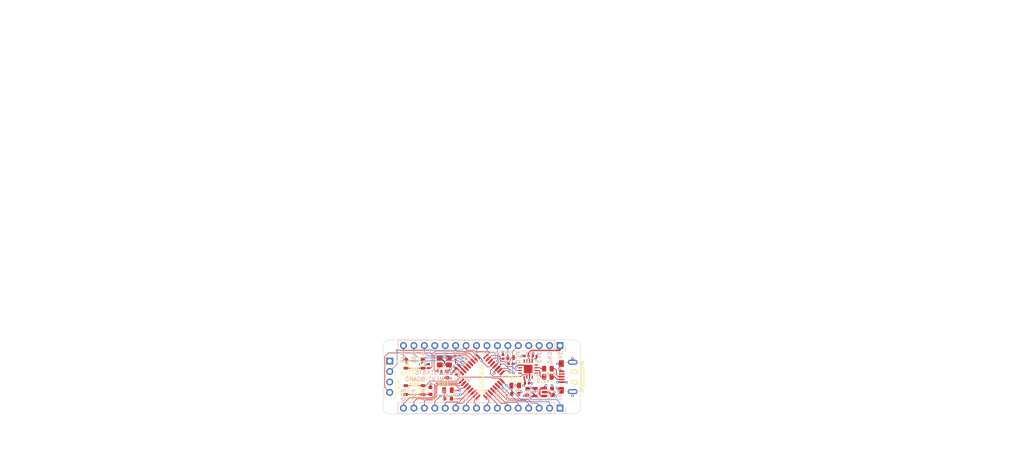
<source format=kicad_pcb>
(kicad_pcb (version 20221018) (generator pcbnew)
  (layers (0 "F.Cu" signal) (1 "In1.Cu" power) (2 "In2.Cu" power) (31 "B.Cu" signal) (34 "B.Paste" user) (35 "F.Paste" user) (36 "B.SilkS" user "B.Silkscreen") (37 "F.SilkS" user "F.Silkscreen") (38 "B.Mask" user) (39 "F.Mask" user) (44 "Edge.Cuts" user))
  (net 0 "")
  (net 1 "+5V")
  (net 2 "GND")
  (net 3 "+3V3")
  (net 4 "/green")
  (net 5 "/red")
  (net 6 "/PB0")
  (net 7 "/HSE_IN")
  (net 8 "/LSE_IN")
  (net 9 "/PA4")
  (net 10 "/PA5")
  (net 11 "/PA6")
  (net 12 "/PD0")
  (net 13 "/PD1")
  (net 14 "/PD2")
  (net 15 "/PD3")
  (net 16 "/PB1")
  (net 17 "/PB2")
  (net 18 "/PB3")
  (net 19 "/PB4")
  (net 20 "/PB5")
  (net 21 "/PB6")
  (net 22 "/PB7")
  (net 23 "/PD4")
  (net 24 "/PD5")
  (net 25 "/PD6")
  (net 26 "/PD7")
  (net 27 "/PC0")
  (net 28 "/PC1")
  (net 29 "/PC4")
  (net 30 "/USB_D+")
  (net 31 "/USB_D-")
  (net 33 "VDD")
  (net 34 "/HSE_OUT")
  (net 35 "/LSE_OUT")
  (net 36 "/USB_CONV+")
  (net 40 "/USB_CONV-")
  (net 44 "/PA1{slash}RST")
  (net 46 "/USART_RX")
  (net 47 "/USART_TX")
  (net 48 "/PA0{slash}SWIM")
  (net 51 "/usr")
  (footprint "Capacitor_SMD:C_0402_1005Metric" (layer "F.Cu") (at 144.05 109.8)
    (fp_text reference "C12" hide)
    (fp_text value "15p")
  )
  (footprint "Package_TO_SOT_SMD:SOT-23-5" (layer "F.Cu") (at 151.1 116.7 180)
    (fp_text reference "U2" hide)
    (fp_text value "TPMIC5504")
  )
  (footprint "Capacitor_SMD:C_0603_1608Metric" (layer "F.Cu") (at 128.55 112.45 90)
    (fp_text reference "C7" hide)
    (fp_text value "1u")
  )
  (footprint "Crystal:Crystal_SMD_3225-4Pin_3.2x2.5mm" (layer "F.Cu") (at 127.9 109.2)
    (fp_text reference "Y1" hide)
    (fp_text value "8M")
  )
  (footprint "Resistor_SMD:R_0805_2012Metric" (layer "F.Cu") (at 153.1 113 180)
    (fp_text reference "R3" hide)
    (fp_text value "27R")
  )
  (footprint "Capacitor_SMD:C_0402_1005Metric" (layer "F.Cu") (at 124.100076 110.37493 90)
    (fp_text reference "C5" hide)
    (fp_text value "100n")
  )
  (footprint "Capacitor_SMD:C_0402_1005Metric" (layer "F.Cu") (at 131.15 110.55 45)
    (fp_text reference "C9" hide)
    (fp_text value "100n")
  )
  (footprint "Resistor_SMD:R_0603_1608Metric" (layer "F.Cu") (at 124.5 116.4 90)
    (fp_text reference "R5" hide)
    (fp_text value "1k")
  )
  (footprint "Resistor_SMD:R_0603_1608Metric" (layer "F.Cu") (at 128.775 118.325 180)
    (fp_text reference "R4" hide)
    (fp_text value "1k")
  )
  (footprint "Connector_USB:MICRO-USB-SMD_MICRO-7.2JB" (layer "F.Cu") (at 157.75 113 90)
    (fp_text reference "U1" hide)
    (fp_text value "USB_B_Micro")
  )
  (footprint "Capacitor_SMD:C_0402_1005Metric" (layer "F.Cu") (at 147.9 107.9 180)
    (fp_text reference "C1" hide)
    (fp_text value "100n")
  )
  (footprint "Capacitor_SMD:C_0402_1005Metric" (layer "F.Cu") (at 149.9 107.9)
    (fp_text reference "C6" hide)
    (fp_text value "100n")
  )
  (footprint "Capacitor_SMD:C_0402_1005Metric" (layer "F.Cu") (at 126.7 111.6)
    (fp_text reference "C10" hide)
    (fp_text value "15p")
  )
  (footprint "Package_DFN_QFN:QFN-16-1EP_4x4mm_P0.65mm_EP2.1x2.1mm" (layer "F.Cu") (at 148.3 111.1 90)
    (fp_text reference "U3" hide)
    (fp_text value "FT230XQ")
  )
  (footprint "Package_QFP:LQFP-32_7x7mm_P0.8mm" (layer "F.Cu") (at 137 113 -45)
    (fp_text reference "U4")
    (fp_text value "STM8L151K6T6")
  )
  (footprint "Capacitor_SMD:C_0603_1608Metric" (layer "F.Cu") (at 148.1 116.65 90)
    (fp_text reference "C4" hide)
    (fp_text value "1u")
  )
  (footprint "Capacitor_SMD:C_0402_1005Metric" (layer "F.Cu") (at 142.15 108.1 90)
    (fp_text reference "C13" hide)
    (fp_text value "15p")
  )
  (footprint "Button_Switch_SMD:SW-SMD_4P-L4.2-W3.2-P2.20-LS4.6" (layer "F.Cu") (at 120.6 116.2 180)
    (fp_text reference "SW2" hide)
    (fp_text value "USER")
  )
  (footprint "Resistor_SMD:R_0805_2012Metric" (layer "F.Cu") (at 153.1 111 180)
    (fp_text reference "R2" hide)
    (fp_text value "27R")
  )
  (footprint "LED_SMD:LED_0805_2012Metric" (layer "F.Cu") (at 145.15 115.1 180)
    (fp_text reference "D1" hide)
    (fp_text value "GREEN")
  )
  (footprint "Crystal:Crystal_SMD_2012-2Pin_2.0x1.2mm" (layer "F.Cu") (at 144.05 108.3 180)
    (fp_text reference "Y2" hide)
    (fp_text value "32K768")
  )
  (footprint "Capacitor_SMD:C_0402_1005Metric" (layer "F.Cu") (at 130.4 112.05 -45)
    (fp_text reference "C8" hide)
    (fp_text value "100n")
  )
  (footprint "Capacitor_SMD:C_0603_1608Metric" (layer "F.Cu") (at 154.1 116.65 -90)
    (fp_text reference "C2" hide)
    (fp_text value "1u")
  )
  (footprint "MountingHole:MountingHole_2.2mm_M2" (layer "F.Cu") (at 114.5 120.5)
    (fp_text reference "H1" hide)
    (fp_text value "MountingHole-M2")
  )
  (footprint "MountingHole:MountingHole_2.2mm_M2" (layer "F.Cu") (at 114.5 105.5)
    (fp_text reference "H4" hide)
    (fp_text value "MountingHole-M2")
  )
  (footprint "Resistor_SMD:R_0603_1608Metric" (layer "F.Cu") (at 145.15 117.1 180)
    (fp_text reference "R1" hide)
    (fp_text value "1k")
  )
  (footprint "Capacitor_SMD:C_0402_1005Metric" (layer "F.Cu") (at 148 114.5)
    (fp_text reference "C3" hide)
    (fp_text value "100n")
  )
  (footprint "Button_Switch_SMD:SW-SMD_4P-L4.2-W3.2-P2.20-LS4.6" (layer "F.Cu") (at 120.6 109.8)
    (fp_text reference "SW1" hide)
    (fp_text value "RESET")
  )
  (footprint "MountingHole:MountingHole_2.2mm_M2" (layer "F.Cu") (at 159.5 105.5)
    (fp_text reference "H3" hide)
    (fp_text value "MountingHole-M2")
  )
  (footprint "MountingHole:MountingHole_2.2mm_M2" (layer "F.Cu") (at 159.5 120.5)
    (fp_text reference "H2" hide)
    (fp_text value "MountingHole-M2")
  )
  (footprint "Connector_PinHeader_2.54mm:PinHeader_1x04_P2.54mm_Vertical" (layer "F.Cu") (at 114.6 109.15)
    (fp_text reference "J2" hide)
    (fp_text value "Conn_01x04")
  )
  (footprint "Capacitor_SMD:C_0402_1005Metric" (layer "F.Cu") (at 130.6 108.4 -90)
    (fp_text reference "C11" hide)
    (fp_text value "15p")
  )
  (footprint "LED_SMD:LED_0805_2012Metric" (layer "F.Cu") (at 128.775 116.225 180)
    (fp_text reference "D2" hide)
    (fp_text value "RED")
  )
  (footprint "Connector_PinHeader_2.54mm:PinHeader_1x16_P2.54mm_Vertical" (layer "B.Cu") (at 156.05 120.6 90)
    (fp_text reference "J3" hide)
    (fp_text value "Conn_01x16")
  )
  (footprint "Connector_PinHeader_2.54mm:PinHeader_1x16_P2.54mm_Vertical" (layer "B.Cu") (at 156.05 105.38 90)
    (fp_text reference "J1" hide)
    (fp_text value "Conn_01x16")
  )
  (gr_poly (pts (xy 120.55 113.3) (xy 120.55 113.9) (xy 120.75 113.9) (xy 120.4 114.25) (xy 120.05 113.9) (xy 120.25 113.9) (xy 120.25 113.3)) (stroke (width 0.1)) (fill solid) (layer "F.SilkS"))
  (gr_poly (pts (xy 117.2 109.3) (xy 116.6 109.3) (xy 116.6 109.5) (xy 116.25 109.15) (xy 116.6 108.8) (xy 116.6 109) (xy 117.2 109)) (stroke (width 0.1)) (fill solid) (layer "F.SilkS"))
  (gr_poly (pts (xy 120.25 112.65) (xy 120.25 112.05) (xy 120.05 112.05) (xy 120.4 111.7) (xy 120.75 112.05) (xy 120.55 112.05) (xy 120.55 112.65)) (stroke (width 0.1)) (fill solid) (layer "F.SilkS"))
  (gr_circle (center 127.038197 115.25) (end 127.15 115.25) (stroke (width 0.15)) (fill solid) (layer "F.SilkS"))
  (gr_circle (center 143.55 114.15) (end 143.661803 114.15) (stroke (width 0.15)) (fill solid) (layer "F.SilkS"))
  (gr_line (start 161 120.5) (end 161 105.5) (stroke (width 0.1)) (layer "Edge.Cuts"))
  (gr_arc (start 159.5 104) (mid 160.56066 104.43934) (end 161 105.5) (stroke (width 0.1)) (layer "Edge.Cuts"))
  (gr_arc (start 113 105.5) (mid 113.43934 104.43934) (end 114.5 104) (stroke (width 0.1)) (layer "Edge.Cuts"))
  (gr_line (start 113 105.5) (end 113 120.5) (stroke (width 0.1)) (layer "Edge.Cuts"))
  (gr_line (start 114.5 122) (end 159.5 122) (stroke (width 0.1)) (layer "Edge.Cuts"))
  (gr_arc (start 161 120.5) (mid 160.56066 121.56066) (end 159.5 122) (stroke (width 0.1)) (layer "Edge.Cuts"))
  (gr_line (start 114.5 104) (end 159.5 104) (stroke (width 0.1)) (layer "Edge.Cuts"))
  (gr_arc (start 114.5 122) (mid 113.43934 121.56066) (end 113 120.5) (stroke (width 0.1)) (layer "Edge.Cuts"))
  (gr_text "NC" (at 128.1 106.75 90) (layer "B.SilkS") (effects (font (size 1 1) (thickness 0.16)) (justify left mirror)))
  (gr_text "PD7" (at 156 115.8 90) (layer "B.SilkS") (effects (font (size 1 1) (thickness 0.16)) (justify left mirror)))
  (gr_text "PD3" (at 125.6 115.8 90) (layer "B.SilkS") (effects (font (size 1 1) (thickness 0.16)) (justify left mirror)))
  (gr_text "PD5" (at 151 115.8 90) (layer "B.SilkS") (effects (font (size 1 1) (thickness 0.16)) (justify left mirror)))
  (gr_text "PD6" (at 153.5 115.8 90) (layer "B.SilkS") (effects (font (size 1 1) (thickness 0.16)) (justify left mirror)))
  (gr_text "PC0" (at 145.9 106.7 90) (layer "B.SilkS") (effects (font (size 1 1) (thickness 0.16)) (justify left mirror)))
  (gr_text "PA6" (at 117.9322 106.75 90) (layer "B.SilkS") (effects (font (size 1 1) (thickness 0.16)) (justify left mirror)))
  (gr_text "PC4" (at 135.7 106.75 90) (layer "B.SilkS") (effects (font (size 1 1) (thickness 0.16)) (justify left mirror)))
  (gr_text "PB7" (at 145.9 115.8 90) (layer "B.SilkS") (effects (font (size 1 1) (thickness 0.16)) (justify left mirror)))
  (gr_text "PB1" (at 130.65 115.8 90) (layer "B.SilkS") (effects (font (size 1 1) (thickness 0.16)) (justify left mirror)))
  (gr_text "3V3" (at 151 106.7 90) (layer "B.SilkS") (effects (font (size 1 1) (thickness 0.16)) (justify left mirror)))
  (gr_text "Andres Bravo\nv2.0" (at 151.9 113.1) (layer "B.SilkS") (effects (font (size 1 1)) (justify mirror)))
  (gr_text "PA0" (at 133.2 106.7 90) (layer "B.SilkS") (effects (font (size 1 1) (thickness 0.16)) (justify left mirror)))
  (gr_text "PB4" (at 138.3 115.8 90) (layer "B.SilkS") (effects (font (size 1 1) (thickness 0.16)) (justify left mirror)))
  (gr_text "PA5" (at 120.5 106.75 90) (layer "B.SilkS") (effects (font (size 1 1) (thickness 0.16)) (justify left mirror)))
  (gr_text "PD1" (at 120.5 115.8 90) (layer "B.SilkS") (effects (font (size 1 1) (thickness 0.16)) (justify left mirror)))
  (gr_text "PA1" (at 130.65 106.7 90) (layer "B.SilkS") (effects (font (size 1 1) (thickness 0.16)) (justify left mirror)))
  (gr_text "RX" (at 140.8 106.75 90) (layer "B.SilkS") (effects (font (size 1 1) (thickness 0.16)) (justify left mirror)))
  (gr_text "GND" (at 153.55 106.7 90) (layer "B.SilkS") (effects (font (size 1 1) (thickness 0.16)) (justify left mirror)))
  (gr_text "PA4" (at 123.05 106.8 90) (layer "B.SilkS") (effects (font (size 1 1) (thickness 0.16)) (justify left mirror)))
  (gr_text "PB3" (at 135.7 115.8 90) (layer "B.SilkS") (effects (font (size 1 1) (thickness 0.16)) (justify left mirror)))
  (gr_text "GND" (at 148.45 106.7 90) (layer "B.SilkS") (effects (font (size 1 1) (thickness 0.16)) (justify left mirror)))
  (gr_text "PD4" (at 148.5 115.8 90) (layer "B.SilkS") (effects (font (size 1 1) (thickness 0.16)) (justify left mirror)))
  (gr_text "PC1" (at 143.35 106.7 90) (layer "B.SilkS") (effects (font (size 1 1) (thickness 0.16)) (justify left mirror)))
  (gr_text "PD2" (at 123 115.8 90) (layer "B.SilkS") (effects (font (size 1 1) (thickness 0.16)) (justify left mirror)))
  (gr_text "PB5\n" (at 140.8 115.8 90) (layer "B.SilkS") (effects (font (size 1 1) (thickness 0.16)) (justify left mirror)))
  (gr_text "PB2" (at 133.25 115.8 90) (layer "B.SilkS") (effects (font (size 1 1) (thickness 0.16)) (justify left mirror)))
  (gr_text "PD0" (at 117.95 115.8 90) (layer "B.SilkS") (effects (font (size 1 1) (thickness 0.16)) (justify left mirror)))
  (gr_text "PB0" (at 128.1 115.8 90) (layer "B.SilkS") (effects (font (size 1 1) (thickness 0.16)) (justify left mirror)))
  (gr_text "5V" (at 156.05 106.71 90) (layer "B.SilkS") (effects (font (size 1 1) (thickness 0.16)) (justify left mirror)))
  (gr_text "PB6" (at 143.3 115.8 90) (layer "B.SilkS") (effects (font (size 1 1) (thickness 0.16)) (justify left mirror)))
  (gr_text "STM8L151K6T6\nDEVELOPMENT BOARD" (at 126.35 112.75) (layer "B.SilkS") (effects (font (size 1 1)) (justify mirror)))
  (gr_text "TX" (at 138.25 106.75 90) (layer "B.SilkS") (effects (font (size 1 1) (thickness 0.16)) (justify left mirror)))
  (gr_text "NC" (at 125.55 106.7 90) (layer "B.SilkS") (effects (font (size 1 1) (thickness 0.16)) (justify left mirror)))
  (gr_text "LED1" (at 125.4 115) (layer "F.SilkS") (effects (font (size 1 1)) (justify left bottom)))
  (gr_text "PWR" (at 142.7 113.7) (layer "F.SilkS") (effects (font (size 1 1)) (justify left bottom)))
  (gr_text "USR" (at 120.7 114.4) (layer "F.SilkS") (effects (font (size 1 1)) (justify left bottom)))
  (gr_text "RST" (at 117.05 112.9) (layer "F.SilkS") (effects (font (size 1 1)) (justify left bottom)))
  (gr_text "JLCJLCJLCJLC" (at 137.5 116.95 90) (layer "F.SilkS") (effects (font (size 1 0.7) (thickness 0.16)) (justify left bottom)))
  (gr_text "SWIM" (at 117.4 117.35 90) (layer "F.SilkS") (effects (font (size 1 1)) (justify left bottom)))
  (segment (start 153.975 115.75) (end 154.1 115.875) (width 0.4) (layer "F.Cu") (net 1))
  (segment (start 148.625 108.625) (end 148.38 108.38) (width 0.2) (layer "F.Cu") (net 1))
  (segment (start 154.1 115.9) (end 154.1 115.875) (width 0.2) (layer "F.Cu") (net 1))
  (segment (start 156.449898 114.270003) (end 157.620003 114.270003) (width 0.3) (layer "F.Cu") (net 1))
  (segment (start 151.05 116.25) (end 151.55 115.75) (width 0.45) (layer "F.Cu") (net 1))
  (segment (start 152.2375 115.4625) (end 152.65 115.05) (width 0.3) (layer "F.Cu") (net 1))
  (segment (start 148.38 108.38) (end 148.38 107.9) (width 0.2) (layer "F.Cu") (net 1))
  (segment (start 155.479997 114.270003) (end 155.45 114.3) (width 0.3) (layer "F.Cu") (net 1))
  (segment (start 148.625 109.15) (end 148.625 108.625) (width 0.2) (layer "F.Cu") (net 1))
  (segment (start 151.55 117.65) (end 151.05 117.15) (width 0.45) (layer "F.Cu") (net 1))
  (segment (start 149.05 106.55) (end 155.9 106.55) (width 0.35) (layer "F.Cu") (net 1))
  (segment (start 157.620003 114.270003) (end 157.65 114.3) (width 0.3) (layer "F.Cu") (net 1))
  (segment (start 148.625 109.15) (end 148.625 109.475) (width 0.2) (layer "F.Cu") (net 1))
  (segment (start 151.05 117.15) (end 151.05 116.25) (width 0.45) (layer "F.Cu") (net 1))
  (segment (start 152.2375 115.75) (end 152.2375 115.4625) (width 0.3) (layer "F.Cu") (net 1))
  (segment (start 148.38 107.9) (end 148.38 107.22) (width 0.35) (layer "F.Cu") (net 1))
  (segment (start 151.55 115.75) (end 152.2375 115.75) (width 0.45) (layer "F.Cu") (net 1))
  (segment (start 148.38 107.22) (end 149.05 106.55) (width 0.35) (layer "F.Cu") (net 1))
  (segment (start 155.9 106.55) (end 156.05 106.4) (width 0.35) (layer "F.Cu") (net 1))
  (segment (start 152.2375 117.65) (end 151.55 117.65) (width 0.45) (layer "F.Cu") (net 1))
  (segment (start 154.1 115.875) (end 154.1 115.1) (width 0.2) (layer "F.Cu") (net 1))
  (segment (start 156.05 106.4) (end 156.05 105.38) (width 0.35) (layer "F.Cu") (net 1))
  (segment (start 156.449898 114.270003) (end 155.479997 114.270003) (width 0.3) (layer "F.Cu") (net 1))
  (via (at 152.65 115.05) (size 0.6) (drill 0.3) (layers "F.Cu" "B.Cu") (net 1))
  (via (at 157.65 114.3) (size 0.6) (drill 0.3) (layers "F.Cu" "B.Cu") (net 1))
  (via (at 155.45 114.3) (size 0.6) (drill 0.3) (layers "F.Cu" "B.Cu") (net 1))
  (via (at 154.1 115.1) (size 0.6) (drill 0.3) (layers "F.Cu" "B.Cu") (net 1))
  (segment (start 144.53 109.8) (end 145.2 109.8) (width 0.3) (layer "F.Cu") (net 2))
  (segment (start 129.35 111.1) (end 129.35 110.4) (width 0.3) (layer "F.Cu") (net 2))
  (segment (start 155.85 110.95) (end 156.449898 111.549898) (width 0.4) (layer "F.Cu") (net 2))
  (segment (start 148.625 113.775) (end 148.6 113.8) (width 0.25) (layer "F.Cu") (net 2))
  (segment (start 147.42 107.9) (end 146.8 107.9) (width 0.4) (layer "F.Cu") (net 2))
  (segment (start 149.9625 116.4375) (end 149.95 116.45) (width 0.4) (layer "F.Cu") (net 2))
  (segment (start 148.6645 115.875) (end 148.1 115.875) (width 0.4) (layer "F.Cu") (net 2))
  (segment (start 154.6605 116.717249) (end 154.6605 116.8645) (width 0.4) (layer "F.Cu") (net 2))
  (segment (start 128.775 111.675) (end 128.55 111.675) (width 0.3) (layer "F.Cu") (net 2))
  (segment (start 131.310589 110.210589) (end 130.9 109.8) (width 0.35) (layer "F.Cu") (net 2))
  (segment (start 155.499936 109.750064) (end 155.45 109.8) (width 0.4) (layer "F.Cu") (net 2))
  (segment (start 146.35 110.125) (end 145.875 110.125) (width 0.25) (layer "F.Cu") (net 2))
  (segment (start 156.449898 111.549898) (end 156.449898 111.669037) (width 0.4) (layer "F.Cu") (net 2))
  (segment (start 154.675 117.425) (end 154.95 117.7) (width 0.4) (layer "F.Cu") (net 2))
  (segment (start 148.9 115.6395) (end 148.6645 115.875) (width 0.4) (layer "F.Cu") (net 2))
  (segment (start 131.7 116.2645) (end 131.6605 116.225) (width 0.3) (layer "F.Cu") (net 2))
  (segment (start 127.18 111.6) (end 127.18 112.18) (width 0.3) (layer "F.Cu") (net 2))
  (segment (start 156.374968 116.249936) (end 155.899936 116.249936) (width 0.4) (layer "F.Cu") (net 2))
  (segment (start 130.6 108.88) (end 130.6 109.5) (width 0.3) (layer "F.Cu") (net 2))
  (segment (start 149.2 114.5605) (end 149.1395 114.5) (width 0.25) (layer "F.Cu") (net 2))
  (segment (start 131.489411 110.210589) (end 131.310589 110.210589) (width 0.35) (layer "F.Cu") (net 2))
  (segment (start 131.489411 110.289411) (end 131.489411 110.210589) (width 0.35) (layer "F.Cu") (net 2))
  (segment (start 149.1395 114.5) (end 148.48 114.5) (width 0.25) (layer "F.Cu") (net 2))
  (segment (start 156.374968 109.750064) (end 155.499936 109.750064) (width 0.4) (layer "F.Cu") (net 2))
  (segment (start 127.18 112.18) (end 127.2 112.2) (width 0.3) (layer "F.Cu") (net 2))
  (segment (start 150.38 108.27) (end 149.95 108.7) (width 0.3) (layer "F.Cu") (net 2))
  (segment (start 132.633616 111.462043) (end 132.633616 111.433616) (width 0.35) (layer "F.Cu") (net 2))
  (segment (start 154.1 117.425) (end 154.675 117.425) (width 0.4) (layer "F.Cu") (net 2))
  (segment (start 132.633616 111.433616) (end 131.489411 110.289411) (width 0.35) (layer "F.Cu") (net 2))
  (segment (start 123.50507 109.89493) (end 124.100076 109.89493) (width 0.3) (layer "F.Cu") (net 2))
  (segment (start 145.875 110.125) (end 145.35 110.65) (width 0.25) (layer "F.Cu") (net 2))
  (segment (start 131.3 112.65) (end 131.039411 112.389411) (width 0.3) (layer "F.Cu") (net 2))
  (segment (start 142.15 107.62) (end 142.15 106.95) (width 0.3) (layer "F.Cu") (net 2))
  (segment (start 122 110) (end 122.700076 109.299924) (width 0.3) (layer "F.Cu") (net 2))
  (segment (start 131.039411 112.389411) (end 130.739411 112.389411) (width 0.3) (layer "F.Cu") (net 2))
  (segment (start 154.6605 116.8645) (end 154.1 117.425) (width 0.4) (layer "F.Cu") (net 2))
  (segment (start 155.899936 116.249936) (end 155.35 115.7) (width 0.4) (layer "F.Cu") (net 2))
  (segment (start 130.6 109.5) (end 130.9 109.8) (width 0.3) (layer "F.Cu") (net 2))
  (segment (start 118.499924 109.349924) (end 118.499924 108.72507) (width 0.3) (layer "F.Cu") (net 2))
  (segment (start 123.35 110.05) (end 123.50507 109.89493) (width 0.3) (layer "F.Cu") (net 2))
  (segment (start 127.939502 110) (end 127.989502 110.05) (width 0.3) (layer "F.Cu") (net 2))
  (segment (start 159.125032 109.424943) (end 159.125032 108.475032) (width 0.4) (layer "F.Cu") (net 2))
  (segment (start 124.5 115.575) (end 124.5 114.95) (width 0.3) (layer "F.Cu") (net 2))
  (segment (start 147.325 110.125) (end 146.35 110.125) (width 0.25) (layer "F.Cu") (net 2))
  (segment (start 146.0875 115.1) (end 145.25 115.1) (width 0.4) (layer "F.Cu") (net 2))
  (segment (start 126.98 108.35) (end 126.8 108.35) (width 0.3) (layer "F.Cu") (net 2))
  (segment (start 153.375 116.7) (end 154.1 117.425) (width 0.45) (layer "F.Cu") (net 2))
  (segment (start 149.9625 115.75) (end 149.9625 116.4375) (width 0.4) (layer "F.Cu") (net 2))
  (segment (start 129.35 110.4) (end 129 110.05) (width 0.3) (layer "F.Cu") (net 2))
  (segment (start 159.125032 108.475032) (end 159.1 108.45) (width 0.4) (layer "F.Cu") (net 2))
  (segment (start 148.625 113.05) (end 148.625 113.775) (width 0.25) (layer "F.Cu") (net 2))
  (segment (start 127.939502 110) (end 127.939502 109.309502) (width 0.3) (layer "F.Cu") (net 2))
  (segment (start 118.75 109.6) (end 118.499924 109.349924) (width 0.3) (layer "F.Cu") (net 2))
  (segment (start 150.38 107.9) (end 150.38 108.27) (width 0.3) (layer "F.Cu") (net 2))
  (segment (start 122.700076 109.299924) (end 122.700076 108.72507) (width 0.3) (layer "F.Cu") (net 2))
  (segment (start 148.625 113.05) (end 148.625 111.425) (width 0.25) (layer "F.Cu") (net 2))
  (segment (start 127.939502 109.309502) (end 126.98 108.35) (width 0.3) (layer "F.Cu") (net 2))
  (segment (start 127.989502 110.05) (end 129 110.05) (width 0.3) (layer "F.Cu") (net 2))
  (segment (start 129.35 111.1) (end 128.775 111.675) (width 0.3) (layer "F.Cu") (net 2))
  (segment (start 148.3 111.1) (end 147.325 110.125) (width 0.25) (layer "F.Cu") (net 2))
  (segment (start 131.6605 116.225) (end 129.7125 116.225) (width 0.3) (layer "F.Cu") (net 2))
  (segment (start 152.2375 116.7) (end 153.375 116.7) (width 0.45) (layer "F.Cu") (net 2))
  (segment (start 124.5 114.95) (end 124.7 114.75) (width 0.3) (layer "F.Cu") (net 2))
  (segment (start 148.625 111.425) (end 148.3 111.1) (width 0.25) (layer "F.Cu") (net 2))
  (via (at 148.6 113.8) (size 0.6) (drill 0.3) (layers "F.Cu" "B.Cu") (net 2))
  (via (at 118.75 109.6) (size 0.6) (drill 0.3) (layers "F.Cu" "B.Cu") (net 2))
  (via (at 146.8 107.9) (size 0.6) (drill 0.3) (layers "F.Cu" "B.Cu") (net 2))
  (via (at 145.2 109.8) (size 0.6) (drill 0.3) (layers "F.Cu" "B.Cu") (net 2))
  (via (at 155.85 110.95) (size 0.6) (drill 0.3) (layers "F.Cu" "B.Cu") (net 2))
  (via (at 149.2 114.5605) (size 0.6) (drill 0.3) (layers "F.Cu" "B.Cu") (net 2))
  (via (at 149.95 116.45) (size 0.6) (drill 0.3) (layers "F.Cu" "B.Cu") (net 2))
  (via (at 148.9 115.6395) (size 0.6) (drill 0.3) (layers "F.Cu" "B.Cu") (net 2))
  (via (at 155.35 115.7) (size 0.6) (drill 0.3) (layers "F.Cu" "B.Cu") (net 2))
  (via (at 154.95 117.7) (size 0.6) (drill 0.3) (layers "F.Cu" "B.Cu") (net 2))
  (via (at 127.939502 110) (size 0.6) (drill 0.3) (layers "F.Cu" "B.Cu") (net 2))
  (via (at 127.2 112.2) (size 0.6) (drill 0.3) (layers "F.Cu" "B.Cu") (net 2))
  (via (at 122 110) (size 0.6) (drill 0.3) (layers "F.Cu" "B.Cu") (net 2))
  (via (at 123.35 110.05) (size 0.6) (drill 0.3) (layers "F.Cu" "B.Cu") (net 2))
  (via (at 131.7 116.2645) (size 0.6) (drill 0.3) (layers "F.Cu" "B.Cu") (net 2))
  (via (at 131.3 112.65) (size 0.6) (drill 0.3) (layers "F.Cu" "B.Cu") (net 2))
  (via (at 124.7 114.75) (size 0.6) (drill 0.3) (layers "F.Cu" "B.Cu") (net 2))
  (via (at 145.25 115.1) (size 0.6) (drill 0.3) (layers "F.Cu" "B.Cu") (net 2))
  (via (at 159.1 117.6) (size 0.6) (drill 0.3) (layers "F.Cu" "B.Cu") (net 2))
  (via (at 145.35 110.65) (size 0.6) (drill 0.3) (layers "F.Cu" "B.Cu") (net 2))
  (via (at 155.45 109.8) (size 0.6) (drill 0.3) (layers "F.Cu" "B.Cu") (net 2))
  (via (at 159.1 108.45) (size 0.6) (drill 0.3) (layers "F.Cu" "B.Cu") (net 2))
  (via (at 149.95 108.7) (size 0.6) (drill 0.3) (layers "F.Cu" "B.Cu") (net 2))
  (via (at 129.35 111.1) (size 0.6) (drill 0.3) (layers "F.Cu" "B.Cu") (net 2))
  (via (at 142.15 106.95) (size 0.6) (drill 0.3) (layers "F.Cu" "B.Cu") (net 2))
  (via (at 154.6605 116.717249) (size 0.6) (drill 0.3) (layers "F.Cu" "B.Cu") (net 2))
  (via (at 130.9 109.8) (size 0.6) (drill 0.3) (layers "F.Cu" "B.Cu") (net 2))
  (segment (start 149.42 107.28) (end 149.42 107.9) (width 0.2) (layer "F.Cu") (net 3))
  (segment (start 149.5 107.2) (end 149.42 107.28) (width 0.2) (layer "F.Cu") (net 3))
  (segment (start 128.55 113.1) (end 128.55 113.425) (width 0.35) (layer "F.Cu") (net 3))
  (segment (start 130.810589 110.960589) (end 130.060589 111.710589) (width 0.35) (layer "F.Cu") (net 3))
  (segment (start 132.06793 112.027728) (end 132.06793 112.01793) (width 0.35) (layer "F.Cu") (net 3))
  (segment (start 127.725 113.225) (end 127.7 113.25) (width 0.2) (layer "F.Cu") (net 3))
  (segment (start 149.275 109.15) (end 149.275 108.045) (width 0.2) (layer "F.Cu") (net 3))
  (segment (start 128.55 113.225) (end 129.375 113.225) (width 0.2) (layer "F.Cu") (net 3))
  (segment (start 129.375 113.225) (end 129.4 113.25) (width 0.2) (layer "F.Cu") (net 3))
  (segment (start 147.475 117.425) (end 147.3 117.6) (width 0.3) (layer "F.Cu") (net 3))
  (segment (start 147.52 113.82) (end 147.52 114.5) (width 0.3) (layer "F.Cu") (net 3))
  (segment (start 130.810589 110.889411) (end 130.810589 110.960589) (width 0.35) (layer "F.Cu") (net 3))
  (segment (start 146.1 117.1) (end 146.6 116.6) (width 0.4) (layer "F.Cu") (net 3))
  (segment (start 149 117.9855) (end 149.3355 117.65) (width 0.3) (layer "F.Cu") (net 3))
  (segment (start 130.939411 110.889411) (end 130.810589 110.889411) (width 0.35) (layer "F.Cu") (net 3))
  (segment (start 145.975 117.1) (end 146.1 117.1) (width 0.4) (layer "F.Cu") (net 3))
  (segment (start 132.06793 112.01793) (end 130.939411 110.889411) (width 0.35) (layer "F.Cu") (net 3))
  (segment (start 130.589411 110.889411) (end 130.25 110.55) (width 0.35) (layer "F.Cu") (net 3))
  (segment (start 147.52 114.5) (end 147.52 114.78) (width 0.3) (layer "F.Cu") (net 3))
  (segment (start 147.325 113.05) (end 147.325 113.625) (width 0.3) (layer "F.Cu") (net 3))
  (segment (start 149.9625 117.65) (end 149.9625 117.4125) (width 0.3) (layer "F.Cu") (net 3))
  (segment (start 130.060589 111.710589) (end 129.939411 111.710589) (width 0.35) (layer "F.Cu") (net 3))
  (segment (start 147.325 113.625) (end 147.52 113.82) (width 0.3) (layer "F.Cu") (net 3))
  (segment (start 147.52 114.78) (end 147.2 115.1) (width 0.3) (layer "F.Cu") (net 3))
  (segment (start 130.039411 111.710589) (end 129.55 112.2) (width 0.35) (layer "F.Cu") (net 3))
  (segment (start 148.1 117.425) (end 147.475 117.425) (width 0.3) (layer "F.Cu") (net 3))
  (segment (start 128.725 113.4) (end 128.55 113.225) (width 0.2) (layer "F.Cu") (net 3))
  (segment (start 130.810589 110.889411) (end 130.589411 110.889411) (width 0.35) (layer "F.Cu") (net 3))
  (segment (start 149.9625 117.4125) (end 149.2 116.65) (width 0.3) (layer "F.Cu") (net 3))
  (segment (start 145.975 117.1) (end 146.036081 117.1) (width 0.4) (layer "F.Cu") (net 3))
  (segment (start 130.060589 111.710589) (end 130.039411 111.710589) (width 0.35) (layer "F.Cu") (net 3))
  (segment (start 149.3355 117.65) (end 149.9625 117.65) (width 0.3) (layer "F.Cu") (net 3))
  (segment (start 128.55 113.225) (end 127.725 113.225) (width 0.2) (layer "F.Cu") (net 3))
  (segment (start 149.275 108.045) (end 149.42 107.9) (width 0.2) (layer "F.Cu") (net 3))
  (via (at 129.4 113.25) (size 0.6) (drill 0.3) (layers "F.Cu" "B.Cu") (net 3))
  (via (at 130.25 110.55) (size 0.6) (drill 0.3) (layers "F.Cu" "B.Cu") (net 3))
  (via (at 127.7 113.25) (size 0.6) (drill 0.3) (layers "F.Cu" "B.Cu") (net 3))
  (via (at 146.6 116.6) (size 0.6) (drill 0.3) (layers "F.Cu" "B.Cu") (net 3))
  (via (at 147.3 117.6) (size 0.6) (drill 0.3) (layers "F.Cu" "B.Cu") (net 3))
  (via (at 129.55 112.2) (size 0.6) (drill 0.3) (layers "F.Cu" "B.Cu") (net 3))
  (via (at 149.15 116.65) (size 0.6) (drill 0.3) (layers "F.Cu" "B.Cu") (net 3))
  (via (at 149 117.9855) (size 0.6) (drill 0.3) (layers "F.Cu" "B.Cu") (net 3))
  (via (at 149.5 107.2) (size 0.6) (drill 0.3) (layers "F.Cu" "B.Cu") (net 3))
  (via (at 147.2 115.1) (size 0.6) (drill 0.3) (layers "F.Cu" "B.Cu") (net 3))
  (segment (start 144.325 117.1) (end 144.325 115.2125) (width 0.2) (layer "F.Cu") (net 4))
  (segment (start 144.325 115.2125) (end 144.2125 115.1) (width 0.2) (layer "F.Cu") (net 4))
  (segment (start 127.95 116.3375) (end 127.8375 116.225) (width 0.2) (layer "F.Cu") (net 5))
  (segment (start 127.95 118.325) (end 127.95 116.3375) (width 0.2) (layer "F.Cu") (net 5))
  (segment (start 132.240686 118.325) (end 134.330672 116.235014) (width 0.15) (layer "F.Cu") (net 6))
  (segment (start 134.330672 116.235014) (end 131.465686 119.1) (width 0.15) (layer "F.Cu") (net 6))
  (segment (start 129.025 119.1) (end 128.4 119.1) (width 0.15) (layer "F.Cu") (net 6))
  (segment (start 128.11 119.39) (end 128.11 120.6) (width 0.15) (layer "F.Cu") (net 6))
  (segment (start 128.4 119.1) (end 128.11 119.39) (width 0.15) (layer "F.Cu") (net 6))
  (segment (start 129.6 118.325) (end 132.240686 118.325) (width 0.15) (layer "F.Cu") (net 6))
  (segment (start 131.465686 119.1) (end 129.025 119.1) (width 0.15) (layer "F.Cu") (net 6))
  (segment (start 126.8 110.6) (end 126.8 110.05) (width 0.15) (layer "F.Cu") (net 7))
  (segment (start 126.22 111.6) (end 125.7 111.6) (width 0.15) (layer "F.Cu") (net 7))
  (segment (start 125.4 107.8) (end 125.9 107.3) (width 0.15) (layer "F.Cu") (net 7))
  (segment (start 126.22 111.18) (end 126.8 110.6) (width 0.15) (layer "F.Cu") (net 7))
  (segment (start 125.4 111.3) (end 125.4 107.8) (width 0.15) (layer "F.Cu") (net 7))
  (segment (start 134.128427 107.3) (end 135.462043 108.633616) (width 0.15) (layer "F.Cu") (net 7))
  (segment (start 125.9 107.3) (end 134.128427 107.3) (width 0.15) (layer "F.Cu") (net 7))
  (segment (start 126.22 111.6) (end 126.22 111.18) (width 0.15) (layer "F.Cu") (net 7))
  (segment (start 125.7 111.6) (end 125.4 111.3) (width 0.15) (layer "F.Cu") (net 7))
  (segment (start 143.95 108.7) (end 144.35 108.3) (width 0.15) (layer "F.Cu") (net 8))
  (segment (start 143.57 109.48) (end 143.95 109.1) (width 0.15) (layer "F.Cu") (net 8))
  (segment (start 142.6 109.25) (end 143.15 109.8) (width 0.15) (layer "F.Cu") (net 8))
  (segment (start 141.05 108.4) (end 141.9 109.25) (width 0.15) (layer "F.Cu") (net 8))
  (segment (start 144.35 108.3) (end 144.75 108.3) (width 0.15) (layer "F.Cu") (net 8))
  (segment (start 143.57 109.8) (end 143.57 109.48) (width 0.15) (layer "F.Cu") (net 8))
  (segment (start 143.95 109.1) (end 143.95 108.7) (width 0.15) (layer "F.Cu") (net 8))
  (segment (start 139.902944 108.4) (end 141.05 108.4) (width 0.15) (layer "F.Cu") (net 8))
  (segment (start 139.103643 109.199301) (end 139.902944 108.4) (width 0.15) (layer "F.Cu") (net 8))
  (segment (start 143.15 109.8) (end 143.57 109.8) (width 0.15) (layer "F.Cu") (net 8))
  (segment (start 141.9 109.25) (end 142.6 109.25) (width 0.15) (layer "F.Cu") (net 8))
  (segment (start 134.330672 109.730672) (end 134.330672 109.764986) (width 0.15) (layer "F.Cu") (net 9))
  (segment (start 132.9 108.35) (end 132.2 108.35) (width 0.15) (layer "F.Cu") (net 9))
  (segment (start 134.330672 109.764986) (end 134.314986 109.764986) (width 0.15) (layer "F.Cu") (net 9))
  (segment (start 134.330672 109.764986) (end 134.330672 109.680672) (width 0.15) (layer "F.Cu") (net 9))
  (segment (start 134.314986 109.764986) (end 132.9 108.35) (width 0.15) (layer "F.Cu") (net 9))
  (via (at 132.2 108.35) (size 0.6) (drill 0.3) (layers "F.Cu" "B.Cu") (net 9))
  (segment (start 123.03 106.98) (end 123.95 107.9) (width 0.15) (layer "B.Cu") (net 9))
  (segment (start 123.95 107.9) (end 131.75 107.9) (width 0.15) (layer "B.Cu") (net 9))
  (segment (start 123.03 105.38) (end 123.03 106.98) (width 0.15) (layer "B.Cu") (net 9))
  (segment (start 131.75 107.9) (end 132.2 108.35) (width 0.15) (layer "B.Cu") (net 9))
  (segment (start 132.336193 109.136193) (end 133.530672 110.330672) (width 0.15) (layer "F.Cu") (net 10))
  (segment (start 133.530672 110.330672) (end 133.764986 110.330672) (width 0.15) (layer "F.Cu") (net 10))
  (segment (start 132.163807 109.136193) (end 132.336193 109.136193) (width 0.15) (layer "F.Cu") (net 10))
  (via (at 132.163807 109.136193) (size 0.6) (drill 0.3) (layers "F.Cu" "B.Cu") (net 10))
  (segment (start 131.377614 108.35) (end 121.5 108.35) (width 0.15) (layer "B.Cu") (net 10))
  (segment (start 120.49 106.69) (end 120.49 105.38) (width 0.15) (layer "B.Cu") (net 10))
  (segment (start 120.5 107.35) (end 120.5 106.7) (width 0.15) (layer "B.Cu") (net 10))
  (segment (start 120.5 106.7) (end 120.49 106.69) (width 0.15) (layer "B.Cu") (net 10))
  (segment (start 121.5 108.35) (end 120.5 107.35) (width 0.15) (layer "B.Cu") (net 10))
  (segment (start 132.163807 109.136193) (end 131.377614 108.35) (width 0.15) (layer "B.Cu") (net 10))
  (segment (start 133.199301 110.849301) (end 133.199301 110.896357) (width 0.15) (layer "F.Cu") (net 11))
  (segment (start 133.199301 110.896357) (end 133.196357 110.896357) (width 0.15) (layer "F.Cu") (net 11))
  (segment (start 133.196357 110.896357) (end 132.3 110) (width 0.15) (layer "F.Cu") (net 11))
  (via (at 132.3 110) (size 0.6) (drill 0.3) (layers "F.Cu" "B.Cu") (net 11))
  (segment (start 117.95 105.38) (end 117.95 107.7) (width 0.15) (layer "B.Cu") (net 11))
  (segment (start 119.35 109.1) (end 131.4 109.1) (width 0.15) (layer "B.Cu") (net 11))
  (segment (start 117.95 107.7) (end 119.35 109.1) (width 0.15) (layer "B.Cu") (net 11))
  (segment (start 131.4 109.1) (end 132.3 110) (width 0.15) (layer "B.Cu") (net 11))
  (segment (start 117.95 119.55) (end 119.45 118.05) (width 0.15) (layer "F.Cu") (net 12))
  (segment (start 126 114.4) (end 130.9 114.4) (width 0.15) (layer "F.Cu") (net 12))
  (segment (start 125.5 117.4) (end 125.5 114.9) (width 0.15) (layer "F.Cu") (net 12))
  (segment (start 124.85 118.05) (end 125.5 117.4) (width 0.15) (layer "F.Cu") (net 12))
  (segment (start 125.5 114.9) (end 126 114.4) (width 0.15) (layer "F.Cu") (net 12))
  (segment (start 117.95 120.6) (end 117.95 119.55) (width 0.15) (layer "F.Cu") (net 12))
  (segment (start 131.15 114.65) (end 131.390202 114.65) (width 0.15) (layer "F.Cu") (net 12))
  (segment (start 131.390202 114.65) (end 132.06793 113.972272) (width 0.15) (layer "F.Cu") (net 12))
  (segment (start 130.9 114.4) (end 131.15 114.65) (width 0.15) (layer "F.Cu") (net 12))
  (segment (start 119.45 118.05) (end 124.85 118.05) (width 0.15) (layer "F.Cu") (net 12))
  (segment (start 125.79 115.020122) (end 126.120122 114.69) (width 0.15) (layer "F.Cu") (net 13))
  (segment (start 120.49 120.6) (end 120.49 119.06) (width 0.15) (layer "F.Cu") (net 13))
  (segment (start 121.21 118.34) (end 124.970122 118.34) (width 0.15) (layer "F.Cu") (net 13))
  (segment (start 130.745 114.69) (end 131.205 115.15) (width 0.15) (layer "F.Cu") (net 13))
  (segment (start 131.205 115.15) (end 132.021573 115.15) (width 0.15) (layer "F.Cu") (net 13))
  (segment (start 120.49 119.06) (end 121.21 118.34) (width 0.15) (layer "F.Cu") (net 13))
  (segment (start 125.79 117.520122) (end 125.79 115.020122) (width 0.15) (layer "F.Cu") (net 13))
  (segment (start 126.120122 114.69) (end 130.745 114.69) (width 0.15) (layer "F.Cu") (net 13))
  (segment (start 132.021573 115.15) (end 132.633616 114.537957) (width 0.15) (layer "F.Cu") (net 13))
  (segment (start 124.970122 118.34) (end 125.79 117.520122) (width 0.15) (layer "F.Cu") (net 13))
  (segment (start 123.03 120.6) (end 123.03 118.9) (width 0.15) (layer "F.Cu") (net 14))
  (segment (start 130.624878 114.98) (end 131.394878 115.75) (width 0.15) (layer "F.Cu") (net 14))
  (segment (start 126.08 117.640244) (end 126.08 115.17) (width 0.15) (layer "F.Cu") (net 14))
  (segment (start 125.090244 118.63) (end 126.08 117.640244) (width 0.15) (layer "F.Cu") (net 14))
  (segment (start 131.394878 115.75) (end 132.552944 115.75) (width 0.15) (layer "F.Cu") (net 14))
  (segment (start 126.27 114.98) (end 130.624878 114.98) (width 0.15) (layer "F.Cu") (net 14))
  (segment (start 132.552944 115.75) (end 133.199301 115.103643) (width 0.15) (layer "F.Cu") (net 14))
  (segment (start 123.03 118.9) (end 123.3 118.63) (width 0.15) (layer "F.Cu") (net 14))
  (segment (start 126.08 115.17) (end 126.27 114.98) (width 0.15) (layer "F.Cu") (net 14))
  (segment (start 123.3 118.63) (end 125.090244 118.63) (width 0.15) (layer "F.Cu") (net 14))
  (segment (start 125.57 118.98) (end 126.85 117.7) (width 0.15) (layer "F.Cu") (net 15))
  (segment (start 126.85 117.65) (end 126.9 117.65) (width 0.15) (layer "F.Cu") (net 15))
  (segment (start 126.85 117.7) (end 126.85 117.65) (width 0.15) (layer "F.Cu") (net 15))
  (segment (start 132.234314 117.2) (end 133.764986 115.669328) (width 0.15) (layer "F.Cu") (net 15))
  (segment (start 125.57 120.6) (end 125.57 118.98) (width 0.15) (layer "F.Cu") (net 15))
  (segment (start 131.8 117.2) (end 132.234314 117.2) (width 0.15) (layer "F.Cu") (net 15))
  (segment (start 126.9 117.65) (end 126.9 117.65) (width 0.15) (layer "F.Cu") (net 15))
  (via (at 126.85 117.65) (size 0.6) (drill 0.3) (layers "F.Cu" "B.Cu") (net 15))
  (via (at 131.8 117.2) (size 0.6) (drill 0.3) (layers "F.Cu" "B.Cu") (net 15))
  (segment (start 131.8 117.2) (end 131.35 117.65) (width 0.15) (layer "B.Cu") (net 15))
  (segment (start 131.35 117.65) (end 126.9 117.65) (width 0.15) (layer "B.Cu") (net 15))
  (segment (start 130.9 119.45) (end 130.65 119.7) (width 0.15) (layer "F.Cu") (net 16))
  (segment (start 134.896357 116.800699) (end 134.874301 116.800699) (width 0.15) (layer "F.Cu") (net 16))
  (segment (start 130.65 119.7) (end 130.65 120.6) (width 0.15) (layer "F.Cu") (net 16))
  (segment (start 132.225 119.45) (end 130.9 119.45) (width 0.15) (layer "F.Cu") (net 16))
  (segment (start 134.874301 116.800699) (end 132.225 119.45) (width 0.15) (layer "F.Cu") (net 16))
  (segment (start 133.275 120.515) (end 133.275 119.525) (width 0.15) (layer "F.Cu") (net 17))
  (segment (start 133.275 119.525) (end 135.433616 117.366384) (width 0.15) (layer "F.Cu") (net 17))
  (segment (start 133.19 120.6) (end 133.275 120.515) (width 0.15) (layer "F.Cu") (net 17))
  (segment (start 135.433616 117.366384) (end 135.462043 117.366384) (width 0.15) (layer "F.Cu") (net 17))
  (segment (start 135.2 119.25) (end 135.2 118.75) (width 0.15) (layer "F.Cu") (net 18))
  (segment (start 135.209798 118.75) (end 136.027728 117.93207) (width 0.15) (layer "F.Cu") (net 18))
  (segment (start 135.2 118.75) (end 135.209798 118.75) (width 0.15) (layer "F.Cu") (net 18))
  (segment (start 135.73 120.6) (end 135.73 119.83) (width 0.15) (layer "F.Cu") (net 18))
  (segment (start 135.175 119.275) (end 135.2 119.25) (width 0.15) (layer "F.Cu") (net 18))
  (segment (start 135.73 119.83) (end 135.175 119.275) (width 0.15) (layer "F.Cu") (net 18))
  (segment (start 138.27 120.6) (end 138.27 119.68) (width 0.15) (layer "F.Cu") (net 19))
  (segment (start 138.725 119.225) (end 138.725 118.684798) (width 0.15) (layer "F.Cu") (net 19))
  (segment (start 138.27 119.68) (end 138.725 119.225) (width 0.15) (layer "F.Cu") (net 19))
  (segment (start 138.725 118.684798) (end 137.972272 117.93207) (width 0.15) (layer "F.Cu") (net 19))
  (segment (start 140.7 120.49) (end 140.81 120.6) (width 0.15) (layer "F.Cu") (net 20))
  (segment (start 140.7 119.5) (end 140.7 120.49) (width 0.15) (layer "F.Cu") (net 20))
  (segment (start 138.566384 117.366384) (end 140.7 119.5) (width 0.15) (layer "F.Cu") (net 20))
  (segment (start 138.537957 117.366384) (end 138.566384 117.366384) (width 0.15) (layer "F.Cu") (net 20))
  (segment (start 141.8 119.475) (end 143.075 119.475) (width 0.15) (layer "F.Cu") (net 21))
  (segment (start 139.125699 116.800699) (end 141.8 119.475) (width 0.15) (layer "F.Cu") (net 21))
  (segment (start 143.075 119.475) (end 143.35 119.75) (width 0.15) (layer "F.Cu") (net 21))
  (segment (start 139.103643 116.800699) (end 139.125699 116.800699) (width 0.15) (layer "F.Cu") (net 21))
  (segment (start 143.35 119.75) (end 143.35 120.6) (width 0.15) (layer "F.Cu") (net 21))
  (segment (start 145.525 119.125) (end 145.89 119.49) (width 0.15) (layer "F.Cu") (net 22))
  (segment (start 145.89 119.49) (end 145.89 120.6) (width 0.15) (layer "F.Cu") (net 22))
  (segment (start 139.669328 116.235014) (end 139.685014 116.235014) (width 0.15) (layer "F.Cu") (net 22))
  (segment (start 139.685014 116.235014) (end 142.575 119.125) (width 0.15) (layer "F.Cu") (net 22))
  (segment (start 142.575 119.125) (end 145.525 119.125) (width 0.15) (layer "F.Cu") (net 22))
  (segment (start 143.3 118.725) (end 147.625 118.725) (width 0.15) (layer "F.Cu") (net 23))
  (segment (start 140.244328 115.669328) (end 143.3 118.725) (width 0.15) (layer "F.Cu") (net 23))
  (segment (start 148.43 119.53) (end 148.43 120.6) (width 0.15) (layer "F.Cu") (net 23))
  (segment (start 140.235014 115.669328) (end 140.244328 115.669328) (width 0.15) (layer "F.Cu") (net 23))
  (segment (start 147.625 118.725) (end 148.43 119.53) (width 0.15) (layer "F.Cu") (net 23))
  (segment (start 148.175 118.375) (end 149.2 119.4) (width 0.15) (layer "F.Cu") (net 24))
  (segment (start 149.2 119.4) (end 150.525 119.4) (width 0.15) (layer "F.Cu") (net 24))
  (segment (start 140.803643 115.103643) (end 143.075 117.375) (width 0.15) (layer "F.Cu") (net 24))
  (segment (start 150.97 119.845) (end 150.97 120.6) (width 0.15) (layer "F.Cu") (net 24))
  (segment (start 143.075 117.375) (end 143.075 117.875) (width 0.15) (layer "F.Cu") (net 24))
  (segment (start 143.575 118.375) (end 148.175 118.375) (width 0.15) (layer "F.Cu") (net 24))
  (segment (start 140.800699 115.103643) (end 140.803643 115.103643) (width 0.15) (layer "F.Cu") (net 24))
  (segment (start 143.075 117.875) (end 143.575 118.375) (width 0.15) (layer "F.Cu") (net 24))
  (segment (start 150.525 119.4) (end 150.97 119.845) (width 0.15) (layer "F.Cu") (net 24))
  (segment (start 141.387957 114.537957) (end 141.366384 114.537957) (width 0.15) (layer "F.Cu") (net 25))
  (segment (start 142.113807 115.686193) (end 142.113807 115.263807) (width 0.15) (layer "F.Cu") (net 25))
  (segment (start 142.113807 115.263807) (end 141.387957 114.537957) (width 0.15) (layer "F.Cu") (net 25))
  (via (at 142.113807 115.686193) (size 0.6) (drill 0.3) (layers "F.Cu" "B.Cu") (net 25))
  (segment (start 142.336193 115.686193) (end 145.6 118.95) (width 0.15) (layer "B.Cu") (net 25))
  (segment (start 142.113807 115.686193) (end 142.336193 115.686193) (width 0.15) (layer "B.Cu") (net 25))
  (segment (start 153.2 118.95) (end 153.51 119.26) (width 0.15) (layer "B.Cu") (net 25))
  (segment (start 145.6 118.95) (end 153.2 118.95) (width 0.15) (layer "B.Cu") (net 25))
  (segment (start 153.51 119.26) (end 153.51 120.6) (width 0.15) (layer "B.Cu") (net 25))
  (segment (start 139.65 113.3) (end 141.259798 113.3) (width 0.15) (layer "F.Cu") (net 26))
  (segment (start 141.259798 113.3) (end 141.93207 113.972272) (width 0.15) (layer "F.Cu") (net 26))
  (segment (start 141.93207 113.972272) (end 141.93207 113.98207) (width 0.15) (layer "F.Cu") (net 26))
  (segment (start 131.75 113.05) (end 139.4 113.05) (width 0.15) (layer "F.Cu") (net 26))
  (segment (start 143 115.05) (end 143 115.05) (width 0.15) (layer "F.Cu") (net 26))
  (segment (start 130.75 114.05) (end 131.75 113.05) (width 0.15) (layer "F.Cu") (net 26))
  (segment (start 124.45 114.05) (end 130.75 114.05) (width 0.15) (layer "F.Cu") (net 26))
  (segment (start 123.37493 115.12507) (end 124.45 114.05) (width 0.15) (layer "F.Cu") (net 26))
  (segment (start 141.93207 113.98207) (end 142.95 115) (width 0.15) (layer "F.Cu") (net 26))
  (segment (start 139.4 113.05) (end 139.65 113.3) (width 0.15) (layer "F.Cu") (net 26))
  (segment (start 122.700076 115.12507) (end 123.37493 115.12507) (width 0.15) (layer "F.Cu") (net 26))
  (segment (start 142.95 115.05) (end 143 115.05) (width 0.15) (layer "F.Cu") (net 26))
  (segment (start 142.95 115) (end 142.95 115.05) (width 0.15) (layer "F.Cu") (net 26))
  (segment (start 122.700076 115.12507) (end 118.499924 115.12507) (width 0.15) (layer "F.Cu") (net 26))
  (via (at 142.95 115.05) (size 0.6) (drill 0.3) (layers "F.Cu" "B.Cu") (net 26))
  (segment (start 146.45 118.5) (end 155.15 118.5) (width 0.15) (layer "B.Cu") (net 26))
  (segment (start 155.15 118.5) (end 156.05 119.4) (width 0.15) (layer "B.Cu") (net 26))
  (segment (start 143 115.05) (end 146.45 118.5) (width 0.15) (layer "B.Cu") (net 26))
  (segment (start 156.05 119.4) (end 156.05 120.6) (width 0.15) (layer "B.Cu") (net 26))
  (segment (start 142.459798 111.5) (end 141.93207 112.027728) (width 0.15) (layer "F.Cu") (net 27))
  (segment (start 143.77168 112) (end 143.27168 111.5) (width 0.15) (layer "F.Cu") (net 27))
  (segment (start 144.8 112) (end 143.77168 112) (width 0.15) (layer "F.Cu") (net 27))
  (segment (start 143.27168 111.5) (end 142.459798 111.5) (width 0.15) (layer "F.Cu") (net 27))
  (segment (start 141.93207 112.027728) (end 141.897272 112.027728) (width 0.15) (layer "F.Cu") (net 27))
  (via (at 144.8 112) (size 0.6) (drill 0.3) (layers "F.Cu" "B.Cu") (net 27))
  (segment (start 144.8 112) (end 144.5 111.7) (width 0.15) (layer "B.Cu") (net 27))
  (segment (start 144.5 106.77) (end 145.89 105.38) (width 0.15) (layer "B.Cu") (net 27))
  (segment (start 144.5 111.7) (end 144.5 106.77) (width 0.15) (layer "B.Cu") (net 27))
  (segment (start 141.366384 111.462043) (end 141.362957 111.462043) (width 0.15) (layer "F.Cu") (net 28))
  (segment (start 141.928427 110.9) (end 141.366384 111.462043) (width 0.15) (layer "F.Cu") (net 28))
  (segment (start 143.4 110.9) (end 141.928427 110.9) (width 0.15) (layer "F.Cu") (net 28))
  (segment (start 143.9 111.4) (end 143.4 110.9) (width 0.15) (layer "F.Cu") (net 28))
  (via (at 143.9 111.4) (size 0.6) (drill 0.3) (layers "F.Cu" "B.Cu") (net 28))
  (segment (start 143.9 111.4) (end 143.35 110.85) (width 0.15) (layer "B.Cu") (net 28))
  (segment (start 143.35 110.85) (end 143.35 105.38) (width 0.15) (layer "B.Cu") (net 28))
  (segment (start 137 109.15) (end 137 109.1) (width 0.15) (layer "F.Cu") (net 29))
  (segment (start 138.4 110.55) (end 137 109.15) (width 0.15) (layer "F.Cu") (net 29))
  (segment (start 137 109.1) (end 137 109.05) (width 0.15) (layer "F.Cu") (net 29))
  (segment (start 139.669328 109.780672) (end 138.9 110.55) (width 0.15) (layer "F.Cu") (net 29))
  (segment (start 138.9 110.55) (end 138.4 110.55) (width 0.15) (layer "F.Cu") (net 29))
  (segment (start 139.669328 109.764986) (end 139.669328 109.780672) (width 0.15) (layer "F.Cu") (net 29))
  (via (at 137 109.1) (size 0.6) (drill 0.3) (layers "F.Cu" "B.Cu") (net 29))
  (segment (start 137 108.65) (end 135.73 107.38) (width 0.15) (layer "B.Cu") (net 29))
  (segment (start 135.73 107.38) (end 135.73 105.38) (width 0.15) (layer "B.Cu") (net 29))
  (segment (start 137 109.05) (end 137 108.65) (width 0.15) (layer "B.Cu") (net 29))
  (segment (start 155.419761 113.619761) (end 154.8 113) (width 0.2) (layer "F.Cu") (net 30))
  (segment (start 154.8 113) (end 154.0125 113) (width 0.2) (layer "F.Cu") (net 30))
  (segment (start 156.449898 113.619761) (end 155.419761 113.619761) (width 0.2) (layer "F.Cu") (net 30))
  (segment (start 154.0125 111) (end 154.8 111) (width 0.2) (layer "F.Cu") (net 31))
  (segment (start 155.2 111.4) (end 155.2 112.5) (width 0.2) (layer "F.Cu") (net 31))
  (segment (start 155.66952 112.96952) (end 156.449898 112.96952) (width 0.2) (layer "F.Cu") (net 31))
  (segment (start 155.2 112.5) (end 155.66952 112.96952) (width 0.2) (layer "F.Cu") (net 31))
  (segment (start 154.8 111) (end 155.2 111.4) (width 0.2) (layer "F.Cu") (net 31))
  (segment (start 129.75 108.35) (end 129 108.35) (width 0.15) (layer "F.Cu") (net 34))
  (segment (start 133.397056 107.7) (end 134.896357 109.199301) (width 0.15) (layer "F.Cu") (net 34))
  (segment (start 130.6 107.92) (end 131.13 107.92) (width 0.15) (layer "F.Cu") (net 34))
  (segment (start 131.35 107.7) (end 133.397056 107.7) (width 0.15) (layer "F.Cu") (net 34))
  (segment (start 130.18 107.92) (end 129.75 108.35) (width 0.15) (layer "F.Cu") (net 34))
  (segment (start 130.6 107.92) (end 130.18 107.92) (width 0.15) (layer "F.Cu") (net 34))
  (segment (start 131.13 107.92) (end 131.35 107.7) (width 0.15) (layer "F.Cu") (net 34))
  (segment (start 141.73 108.58) (end 142.15 108.58) (width 0.15) (layer "F.Cu") (net 35))
  (segment (start 139.371573 107.8) (end 140.95 107.8) (width 0.15) (layer "F.Cu") (net 35))
  (segment (start 143.07 108.58) (end 143.35 108.3) (width 0.15) (layer "F.Cu") (net 35))
  (segment (start 142.15 108.58) (end 143.07 108.58) (width 0.15) (layer "F.Cu") (net 35))
  (segment (start 138.537957 108.633616) (end 139.371573 107.8) (width 0.15) (layer "F.Cu") (net 35))
  (segment (start 140.95 107.8) (end 141.73 108.58) (width 0.15) (layer "F.Cu") (net 35))
  (segment (start 150.25 110.775) (end 151.215 110.775) (width 0.2) (layer "F.Cu") (net 36))
  (segment (start 151.215 110.775) (end 151.44 111) (width 0.2) (layer "F.Cu") (net 36))
  (segment (start 151.44 111) (end 152.1875 111) (width 0.2) (layer "F.Cu") (net 36))
  (segment (start 151.19 112.73) (end 151.46 113) (width 0.2) (layer "F.Cu") (net 40))
  (segment (start 151.19 111.74) (end 151.19 112.73) (width 0.2) (layer "F.Cu") (net 40))
  (segment (start 150.25 111.425) (end 150.875 111.425) (width 0.2) (layer "F.Cu") (net 40))
  (segment (start 151.46 113) (end 152.1875 113) (width 0.2) (layer "F.Cu") (net 40))
  (segment (start 150.875 111.425) (end 151.19 111.74) (width 0.2) (layer "F.Cu") (net 40))
  (segment (start 125.65 106.775) (end 124.9 107.525) (width 0.15) (layer "F.Cu") (net 44))
  (segment (start 113.4 108.05) (end 114.3 107.15) (width 0.15) (layer "F.Cu") (net 44))
  (segment (start 118.499924 110.87493) (end 122.700076 110.87493) (width 0.2) (layer "F.Cu") (net 44))
  (segment (start 134.8 106.875) (end 131.05 106.875) (width 0.15) (layer "F.Cu") (net 44))
  (segment (start 124.9 110.55) (end 124.60493 110.84507) (width 0.15) (layer "F.Cu") (net 44))
  (segment (start 124.60493 110.84507) (end 124.109936 110.84507) (width 0.15) (layer "F.Cu") (net 44))
  (segment (start 131.05 106.875) (end 130.65 106.475) (width 0.15) (layer "F.Cu") (net 44))
  (segment (start 130.65 106.425) (end 130.3 106.775) (width 0.15) (layer "F.Cu") (net 44))
  (segment (start 114.6 116.77) (end 113.4 115.57) (width 0.15) (layer "F.Cu") (net 44))
  (segment (start 113.4 115.57) (end 113.4 108.05) (width 0.15) (layer "F.Cu") (net 44))
  (segment (start 124.109936 110.84507) (end 124.100076 110.85493) (width 0.15) (layer "F.Cu") (net 44))
  (segment (start 130.65 106.475) (end 130.65 106.425) (width 0.15) (layer "F.Cu") (net 44))
  (segment (start 130.65 105.38) (end 130.65 106.425) (width 0.15) (layer "F.Cu") (net 44))
  (segment (start 136.027728 108.06793) (end 135.99293 108.06793) (width 0.15) (layer "F.Cu") (net 44))
  (segment (start 124.9 107.525) (end 124.9 110.55) (width 0.15) (layer "F.Cu") (net 44))
  (segment (start 130.3 106.775) (end 125.65 106.775) (width 0.15) (layer "F.Cu") (net 44))
  (segment (start 124.100076 110.85493) (end 122.720076 110.85493) (width 0.2) (layer "F.Cu") (net 44))
  (segment (start 122.720076 110.85493) (end 122.700076 110.87493) (width 0.2) (layer "F.Cu") (net 44))
  (segment (start 114.3 107.15) (end 124.525 107.15) (width 0.15) (layer "F.Cu") (net 44))
  (segment (start 124.525 107.15) (end 124.9 107.525) (width 0.15) (layer "F.Cu") (net 44))
  (segment (start 135.99293 108.06793) (end 134.8 106.875) (width 0.15) (layer "F.Cu") (net 44))
  (segment (start 140.800699 110.896357) (end 140.800699 110.849301) (width 0.15) (layer "F.Cu") (net 46))
  (segment (start 140.800699 110.896357) (end 140.800699 110.899301) (width 0.15) (layer "F.Cu") (net 46))
  (segment (start 140.800699 110.899301) (end 140 111.7) (width 0.15) (layer "F.Cu") (net 46))
  (segment (start 145.325 111.425) (end 146.35 111.425) (width 0.15) (layer "F.Cu") (net 46))
  (segment (start 142.5 109.85) (end 143.15 110.5) (width 0.15) (layer "F.Cu") (net 46))
  (segment (start 144.4 110.5) (end 145.325 111.425) (width 0.15) (layer "F.Cu") (net 46))
  (segment (start 140 111.7) (end 140 112.15) (width 0.15) (layer "F.Cu") (net 46))
  (segment (start 140.800699 110.896357) (end 140.803643 110.896357) (width 0.15) (layer "F.Cu") (net 46))
  (segment (start 140.800699 110.849301) (end 141.8 109.85) (width 0.15) (layer "F.Cu") (net 46))
  (segment (start 141.8 109.85) (end 142.5 109.85) (width 0.15) (layer "F.Cu") (net 46))
  (segment (start 143.15 110.5) (end 144.4 110.5) (width 0.15) (layer "F.Cu") (net 46))
  (via (at 140 112.15) (size 0.6) (drill 0.3) (layers "F.Cu" "B.Cu") (net 46))
  (segment (start 141.480482 107.880482) (end 140.81 107.21) (width 0.15) (layer "B.Cu") (net 46))
  (segment (start 141.480482 110.669518) (end 141.480482 107.880482) (width 0.15) (layer "B.Cu") (net 46))
  (segment (start 140.81 107.21) (end 140.81 105.38) (width 0.15) (layer "B.Cu") (net 46))
  (segment (start 140 112.15) (end 141.480482 110.669518) (width 0.15) (layer "B.Cu") (net 46))
  (segment (start 139.1 111.465686) (end 140.235014 110.330672) (width 0.15) (layer "F.Cu") (net 47))
  (segment (start 147.975 113.05) (end 147.975 112.475) (width 0.15) (layer "F.Cu") (net 47))
  (segment (start 141 109.6) (end 141 109.219036) (width 0.15) (layer "F.Cu") (net 47))
  (segment (start 140.235014 110.330672) (end 140.269328 110.330672) (width 0.15) (layer "F.Cu") (net 47))
  (segment (start 147.9 112.4) (end 147.05 112.4) (width 0.15) (layer "F.Cu") (net 47))
  (segment (start 147.05 112.4) (end 146.5 112.95) (width 0.15) (layer "F.Cu") (net 47))
  (segment (start 139.9 112.95) (end 139.1 112.15) (width 0.15) (layer "F.Cu") (net 47))
  (segment (start 139.1 112.15) (end 139.1 111.465686) (width 0.15) (layer "F.Cu") (net 47))
  (segment (start 141 109.219036) (end 140.865482 109.084518) (width 0.15) (layer "F.Cu") (net 47))
  (segment (start 140.269328 110.330672) (end 141 109.6) (width 0.15) (layer "F.Cu") (net 47))
  (segment (start 147.975 112.475) (end 147.9 112.4) (width 0.15) (layer "F.Cu") (net 47))
  (segment (start 146.5 112.95) (end 139.9 112.95) (width 0.15) (layer "F.Cu") (net 47))
  (via (at 140.85 109.1) (size 0.6) (drill 0.3) (layers "F.Cu" "B.Cu") (net 47))
  (segment (start 140.865482 109.084518) (end 140.85 109.1) (width 0.15) (layer "B.Cu") (net 47))
  (segment (start 138.9 107.05) (end 138.27 106.42) (width 0.15) (layer "B.Cu") (net 47))
  (segment (start 140.865482 107.975482) (end 139.94 107.05) (width 0.15) (layer "B.Cu") (net 47))
  (segment (start 139.94 107.05) (end 138.9 107.05) (width 0.15) (layer "B.Cu") (net 47))
  (segment (start 138.27 106.42) (end 138.27 105.38) (width 0.15) (layer "B.Cu") (net 47))
  (segment (start 140.85 109.1) (end 140.865482 107.975482) (width 0.15) (layer "B.Cu") (net 47))
  (segment (start 133.25 106.5) (end 133.19 106.44) (width 0.15) (layer "F.Cu") (net 48))
  (segment (start 116.4 106.5355) (end 116.4 106.5) (width 0.15) (layer "F.Cu") (net 48))
  (segment (start 124.285 106.485) (end 124.3 106.5) (width 0.15) (layer "F.Cu") (net 48))
  (segment (start 137.98207 108.06793) (end 138.8 107.25) (width 0.15) (layer "F.Cu") (net 48))
  (segment (start 116.4 106.5355) (end 116.4 106.5355) (width 0.15) (layer "F.Cu") (net 48))
  (segment (start 133.19 106.44) (end 133.19 105.38) (width 0.15) (layer "F.Cu") (net 48))
  (segment (start 137.972272 108.06793) (end 137.972272 108.052728) (width 0.15) (layer "F.Cu") (net 48))
  (segment (start 116.4505 106.485) (end 124.285 106.485) (width 0.15) (layer "F.Cu") (net 48))
  (segment (start 137.972272 108.06793) (end 137.98207 108.06793) (width 0.15) (layer "F.Cu") (net 48))
  (segment (start 138.8 107.05) (end 138.65 106.9) (width 0.15) (layer "F.Cu") (net 48))
  (segment (start 133.905 105.38) (end 133.19 105.38) (width 0.15) (layer "F.Cu") (net 48))
  (segment (start 135.5 106.9) (end 135.1 106.5) (width 0.15) (layer "F.Cu") (net 48))
  (segment (start 135.1 106.5) (end 133.25 106.5) (width 0.15) (layer "F.Cu") (net 48))
  (segment (start 138.8 107.25) (end 138.8 107.05) (width 0.15) (layer "F.Cu") (net 48))
  (segment (start 116.4 106.5) (end 116.4355 106.5) (width 0.15) (layer "F.Cu") (net 48))
  (segment (start 138.65 106.9) (end 135.5 106.9) (width 0.15) (layer "F.Cu") (net 48))
  (segment (start 116.4355 106.5) (end 116.4505 106.485) (width 0.15) (layer "F.Cu") (net 48))
  (via (at 124.3 106.5) (size 0.6) (drill 0.3) (layers "F.Cu" "B.Cu") (net 48))
  (via (at 116.4 106.5) (size 0.6) (drill 0.3) (layers "F.Cu" "B.Cu") (net 48))
  (segment (start 132.07 106.5) (end 133.19 105.38) (width 0.15) (layer "B.Cu") (net 48))
  (segment (start 115.84 110.45) (end 116.4 109.89) (width 0.15) (layer "B.Cu") (net 48))
  (segment (start 116.4 109.89) (end 116.4 106.5355) (width 0.15) (layer "B.Cu") (net 48))
  (segment (start 124.3 106.5) (end 132.07 106.5) (width 0.15) (layer "B.Cu") (net 48))
  (segment (start 114.6 111.69) (end 115.84 110.45) (width 0.15) (layer "B.Cu") (net 48))
  (segment (start 124.5 117.225) (end 124.45007 117.27493) (width 0.2) (layer "F.Cu") (net 51))
  (segment (start 124.45007 117.27493) (end 122.700076 117.27493) (width 0.2) (layer "F.Cu") (net 51))
  (segment (start 118.499924 117.27493) (end 122.700076 117.27493) (width 0.2) (layer "F.Cu") (net 51))
)
</source>
